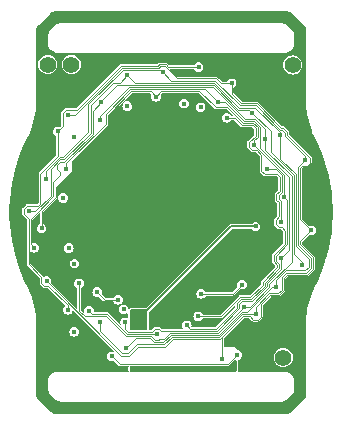
<source format=gbr>
%TF.GenerationSoftware,KiCad,Pcbnew,7.0.9*%
%TF.CreationDate,2023-11-22T13:55:21-05:00*%
%TF.ProjectId,watch,77617463-682e-46b6-9963-61645f706362,rev?*%
%TF.SameCoordinates,Original*%
%TF.FileFunction,Copper,L7,Inr*%
%TF.FilePolarity,Positive*%
%FSLAX45Y45*%
G04 Gerber Fmt 4.5, Leading zero omitted, Abs format (unit mm)*
G04 Created by KiCad (PCBNEW 7.0.9) date 2023-11-22 13:55:21*
%MOMM*%
%LPD*%
G01*
G04 APERTURE LIST*
%TA.AperFunction,ComponentPad*%
%ADD10C,1.400000*%
%TD*%
%TA.AperFunction,ViaPad*%
%ADD11C,0.450000*%
%TD*%
%TA.AperFunction,Conductor*%
%ADD12C,0.088900*%
%TD*%
%TA.AperFunction,Conductor*%
%ADD13C,0.200000*%
%TD*%
G04 APERTURE END LIST*
D10*
%TO.N,GND*%
%TO.C,TP2*%
X750000Y-1230000D03*
%TO.N,Net-(R13-Pad2)*%
X950000Y-1230000D03*
%TD*%
%TO.N,GND*%
%TO.C,TP4*%
X829000Y1247000D03*
%TO.N,VDD*%
X1029000Y1247000D03*
%TD*%
%TO.N,/SWCLK*%
%TO.C,TP3*%
X-1044000Y1251000D03*
%TO.N,/SWDIO*%
X-844000Y1251000D03*
%TD*%
D11*
%TO.N,GND*%
X-690000Y-597500D03*
X-40000Y-867500D03*
X707500Y-525000D03*
X845000Y-212500D03*
%TO.N,/LED9*%
X600000Y-612500D03*
X255000Y-690000D03*
%TO.N,VDD*%
X230000Y-880000D03*
X470000Y800000D03*
%TO.N,GND*%
X362500Y-797500D03*
%TO.N,/LED6*%
X250000Y890000D03*
X-866000Y-303000D03*
%TO.N,/LED10*%
X810000Y365000D03*
X930000Y-80000D03*
%TO.N,Net-(D51-K)*%
X705000Y570000D03*
X-1097000Y-136000D03*
X955000Y130000D03*
X132500Y-955000D03*
X-128478Y978478D03*
%TO.N,Net-(D53-K)*%
X-600000Y785000D03*
X-780000Y-600000D03*
X620000Y-797500D03*
X797107Y617107D03*
%TO.N,Net-(D55-K)*%
X-887500Y370000D03*
X395000Y932500D03*
X-390000Y-930000D03*
X930000Y-390000D03*
%TO.N,/LED15*%
X-625000Y-675000D03*
X-450000Y-740000D03*
%TO.N,/LED1*%
X-605000Y-932500D03*
X-72500Y1190000D03*
X715000Y-865000D03*
X1129677Y440000D03*
X-1063000Y280000D03*
%TO.N,/LED2*%
X920000Y655000D03*
X890000Y-635000D03*
X-380000Y-1150000D03*
X-1202500Y7500D03*
X-370000Y1160826D03*
%TO.N,/LED3*%
X687500Y842500D03*
X-1160000Y-300000D03*
X-595000Y930000D03*
X-821000Y-1012000D03*
X1110000Y-447500D03*
X-402290Y-820000D03*
%TO.N,/LED4*%
X1185000Y-152500D03*
X430000Y-1240000D03*
X512500Y1092500D03*
X-1054143Y-580000D03*
X-870000Y822500D03*
%TO.N,/LED5*%
X-695000Y-835000D03*
X-875000Y-825000D03*
X-117500Y-1030000D03*
X232500Y1230000D03*
X-818000Y-434000D03*
X-960000Y685000D03*
%TO.N,/LED13*%
X-915000Y122000D03*
X110000Y920000D03*
%TO.N,Net-(D21-A)*%
X-501000Y-1218000D03*
X559000Y-1208000D03*
%TO.N,+BATT*%
X715000Y-120000D03*
X-329000Y-852000D03*
X260000Y-1330000D03*
X-230000Y-855000D03*
%TO.N,/SWDIO*%
X-372000Y900000D03*
%TO.N,/SWCLK*%
X-826000Y636000D03*
%TD*%
D12*
%TO.N,/LED9*%
X600000Y-612500D02*
X522500Y-690000D01*
X522500Y-690000D02*
X255000Y-690000D01*
D13*
%TO.N,+BATT*%
X715000Y-120000D02*
X505000Y-120000D01*
X505000Y-120000D02*
X-219500Y-844500D01*
X-230000Y-855000D02*
X-219500Y-844500D01*
D12*
%TO.N,/LED15*%
X-625000Y-676000D02*
X-625000Y-675000D01*
X-561000Y-740000D02*
X-625000Y-676000D01*
X-450000Y-740000D02*
X-561000Y-740000D01*
%TO.N,VDD*%
X686425Y525155D02*
X660155Y551425D01*
X723575Y525155D02*
X686425Y525155D01*
X724065Y525645D02*
X723575Y525155D01*
X765155Y346425D02*
X765155Y484555D01*
X230000Y-880000D02*
X423790Y-880000D01*
X774035Y-586965D02*
X894440Y-466560D01*
X600559Y738220D02*
X538779Y800000D01*
X899845Y320155D02*
X791424Y320155D01*
X894440Y-443005D02*
X867375Y-415940D01*
X919440Y183005D02*
X919440Y300560D01*
X892375Y104060D02*
X892375Y155940D01*
X885155Y-61424D02*
X912220Y-34360D01*
X660155Y551425D02*
X660155Y593865D01*
X912220Y84215D02*
X892375Y104060D01*
X885155Y-98575D02*
X885155Y-61424D01*
X765155Y484555D02*
X724065Y525645D01*
X715220Y648930D02*
X715220Y713201D01*
X911424Y-124845D02*
X885155Y-98575D01*
X715220Y713201D02*
X690201Y738220D01*
X791424Y320155D02*
X765155Y346425D01*
X892375Y155940D02*
X919440Y183005D01*
X867375Y-415940D02*
X867375Y-364060D01*
X690201Y738220D02*
X600559Y738220D01*
X774035Y-612741D02*
X774035Y-586965D01*
X912220Y-34360D02*
X912220Y84215D01*
X586695Y-717095D02*
X669681Y-717095D01*
X966385Y-156385D02*
X934845Y-124845D01*
X934845Y-124845D02*
X911424Y-124845D01*
X867375Y-364060D02*
X966385Y-265050D01*
X669681Y-717095D02*
X774035Y-612741D01*
X894440Y-466560D02*
X894440Y-443005D01*
X423790Y-880000D02*
X586695Y-717095D01*
X966385Y-265050D02*
X966385Y-156385D01*
X919440Y300560D02*
X899845Y320155D01*
X660155Y593865D02*
X715220Y648930D01*
X538779Y800000D02*
X470000Y800000D01*
%TO.N,/LED10*%
X930000Y-80000D02*
X930000Y91579D01*
X930000Y91579D02*
X910155Y111424D01*
X884710Y365000D02*
X810000Y365000D01*
X910155Y148576D02*
X937220Y175640D01*
X937220Y312490D02*
X884710Y365000D01*
X910155Y111424D02*
X910155Y148576D01*
X937220Y175640D02*
X937220Y312490D01*
%TO.N,Net-(D51-K)*%
X955000Y319855D02*
X737382Y537473D01*
X557375Y-771560D02*
X557375Y-806510D01*
X677046Y-734875D02*
X594060Y-734875D01*
X-537375Y742336D02*
X-537375Y826549D01*
X885155Y-371424D02*
X885155Y-408575D01*
X912220Y-435640D02*
X912220Y-473925D01*
X-842655Y351424D02*
X-842655Y437055D01*
X984165Y-272415D02*
X885155Y-371424D01*
X-978478Y215601D02*
X-842655Y351424D01*
X984165Y100835D02*
X984165Y-272415D01*
X791815Y-620106D02*
X677046Y-734875D01*
X376424Y887655D02*
X239914Y1024165D01*
X594060Y-734875D02*
X557375Y-771560D01*
X-174165Y1024165D02*
X-128478Y978478D01*
X-1097000Y-136000D02*
X-1097000Y8566D01*
X705000Y570000D02*
X737382Y537618D01*
X885155Y-408575D02*
X912220Y-435640D01*
X733000Y720566D02*
X697566Y756000D01*
X705000Y613565D02*
X733000Y641565D01*
X476269Y887655D02*
X376424Y887655D01*
X791815Y-594330D02*
X791815Y-620106D01*
X-1097000Y8566D02*
X-978478Y127087D01*
X379720Y-984165D02*
X161665Y-984165D01*
X-339759Y1024165D02*
X-174165Y1024165D01*
X737382Y537618D02*
X737382Y537473D01*
X-842655Y437055D02*
X-537375Y742336D01*
X705000Y570000D02*
X705000Y613565D01*
X955000Y130000D02*
X955000Y319855D01*
X239914Y1024165D02*
X-81835Y1024165D01*
X912220Y-473925D02*
X791815Y-594330D01*
X955000Y130000D02*
X984165Y100835D01*
X-978478Y127087D02*
X-978478Y215601D01*
X733000Y641565D02*
X733000Y720566D01*
X607924Y756000D02*
X476269Y887655D01*
X557375Y-806510D02*
X379720Y-984165D01*
X161665Y-984165D02*
X132500Y-955000D01*
X697566Y756000D02*
X607924Y756000D01*
X-127521Y978478D02*
X-128478Y978478D01*
X-81835Y1024165D02*
X-127521Y978478D01*
X-537375Y826549D02*
X-339759Y1024165D01*
%TO.N,Net-(D53-K)*%
X1019725Y305420D02*
X797107Y528038D01*
X-136000Y-1083000D02*
X-171220Y-1047780D01*
X664710Y-797500D02*
X827375Y-634835D01*
X-171220Y-1047780D02*
X-382510Y-1047780D01*
X620000Y-797500D02*
X616674Y-797500D01*
X-600000Y785000D02*
X-600000Y814214D01*
X827375Y-634835D02*
X827375Y-609060D01*
X-382510Y-1047780D02*
X-550445Y-879845D01*
X-550445Y-879845D02*
X-731590Y-879845D01*
X620000Y-797500D02*
X664710Y-797500D01*
X-731590Y-879845D02*
X-780000Y-831435D01*
X797107Y706748D02*
X797107Y617107D01*
X-107079Y-1083000D02*
X-136000Y-1083000D01*
X616674Y-797500D02*
X394449Y-1019725D01*
X827375Y-609060D02*
X1019725Y-416710D01*
X-780000Y-831435D02*
X-780000Y-600000D01*
X-60155Y-1070155D02*
X-94234Y-1070155D01*
X-94234Y-1070155D02*
X-107079Y-1083000D01*
X394449Y-1019725D02*
X-9725Y-1019725D01*
X354489Y1059725D02*
X622654Y791560D01*
X1019725Y-416710D02*
X1019725Y305420D01*
X-354489Y1059725D02*
X354489Y1059725D01*
X797107Y528038D02*
X797107Y617107D01*
X622654Y791560D02*
X712295Y791560D01*
X-9725Y-1019725D02*
X-60155Y-1070155D01*
X712295Y791560D02*
X797107Y706748D01*
X-600000Y814214D02*
X-354489Y1059725D01*
%TO.N,Net-(D55-K)*%
X-555155Y749700D02*
X-555155Y833914D01*
X809595Y-627471D02*
X684411Y-752655D01*
X456569Y932500D02*
X615289Y773780D01*
X-347124Y1041945D02*
X285555Y1041945D01*
X930000Y-481290D02*
X809595Y-601695D01*
X-98924Y-985155D02*
X-136076Y-985155D01*
X-887500Y417355D02*
X-555155Y749700D01*
X601425Y-752655D02*
X575155Y-778924D01*
X395000Y932500D02*
X456569Y932500D01*
X704931Y773780D02*
X752262Y726449D01*
X-555155Y833914D02*
X-347124Y1041945D01*
X-82135Y-1001945D02*
X-98924Y-985155D01*
X615289Y773780D02*
X704931Y773780D01*
X575155Y-778924D02*
X575155Y-813874D01*
X-390000Y-990000D02*
X-390000Y-930000D01*
X387084Y-1001945D02*
X-82135Y-1001945D01*
X575155Y-813874D02*
X387084Y-1001945D01*
X-163141Y-1012220D02*
X-367780Y-1012220D01*
X1001945Y-318055D02*
X930000Y-390000D01*
X752262Y726449D02*
X752262Y547738D01*
X809595Y-601695D02*
X809595Y-627471D01*
X1001945Y298055D02*
X1001945Y-318055D01*
X930000Y-390000D02*
X930000Y-481290D01*
X-367780Y-1012220D02*
X-390000Y-990000D01*
X285555Y1041945D02*
X395000Y932500D01*
X684411Y-752655D02*
X601425Y-752655D01*
X752262Y547738D02*
X1001945Y298055D01*
X-136076Y-985155D02*
X-163141Y-1012220D01*
X-887500Y370000D02*
X-887500Y417355D01*
%TO.N,/LED1*%
X710125Y-860125D02*
X604339Y-860125D01*
X1073065Y383388D02*
X1129677Y440000D01*
X1940Y1115560D02*
X374088Y1115560D01*
X-285580Y-1119000D02*
X-361424Y-1194845D01*
X908575Y-679845D02*
X934845Y-653576D01*
X720020Y905125D02*
X925300Y699845D01*
X409179Y-1055285D02*
X5005Y-1055285D01*
X1184720Y-389720D02*
X1073065Y-278065D01*
X715000Y-865000D02*
X715000Y-797500D01*
X-72500Y1190000D02*
X1940Y1115560D01*
X374088Y1115560D02*
X584868Y904780D01*
X-88171Y1205671D02*
X-72500Y1190000D01*
X-1063000Y280000D02*
X-1063000Y346609D01*
X934845Y-551879D02*
X976599Y-510125D01*
X-1063000Y346609D02*
X-944256Y465352D01*
X-699725Y680565D02*
X-699725Y913840D01*
X1073065Y-278065D02*
X1073065Y383388D01*
X-58710Y-1119000D02*
X-285580Y-1119000D01*
X715536Y-864464D02*
X715000Y-865000D01*
X-416590Y-1194845D02*
X-605000Y-1006435D01*
X1184720Y-470280D02*
X1184720Y-389720D01*
X-944256Y465352D02*
X-914937Y465352D01*
X1129677Y480323D02*
X1129677Y440000D01*
X-699725Y913840D02*
X-407894Y1205671D01*
X832655Y-679845D02*
X908575Y-679845D01*
X661215Y904780D02*
X661560Y905125D01*
X715000Y-865000D02*
X710125Y-860125D01*
X964845Y673576D02*
X964845Y645155D01*
X976599Y-510125D02*
X1144875Y-510125D01*
X-605000Y-1006435D02*
X-605000Y-932500D01*
X938575Y699845D02*
X964845Y673576D01*
X964845Y645155D02*
X1129677Y480323D01*
X-407894Y1205671D02*
X-88171Y1205671D01*
X934845Y-653576D02*
X934845Y-551879D01*
X925300Y699845D02*
X938575Y699845D01*
X584868Y904780D02*
X661215Y904780D01*
X661560Y905125D02*
X720020Y905125D01*
X-361424Y-1194845D02*
X-416590Y-1194845D01*
X-914937Y465352D02*
X-699725Y680565D01*
X5005Y-1055285D02*
X-58710Y-1119000D01*
X604339Y-860125D02*
X409179Y-1055285D01*
X715000Y-797500D02*
X832655Y-679845D01*
X1144875Y-510125D02*
X1184720Y-470280D01*
%TO.N,/LED2*%
X-1202500Y7500D02*
X-1148355Y7500D01*
X-1014038Y370425D02*
X-936892Y447572D01*
X-178585Y-1065560D02*
X-143365Y-1100780D01*
X1166940Y-397085D02*
X1166940Y-462915D01*
X-295560Y-1065560D02*
X-178585Y-1065560D01*
X852355Y-635000D02*
X890000Y-635000D01*
X-681945Y673200D02*
X-681945Y906475D01*
X-1148355Y7500D02*
X-1014038Y141817D01*
X-370000Y1160000D02*
X-370000Y1160826D01*
X920000Y655000D02*
X920000Y455434D01*
X-907572Y447572D02*
X-681945Y673200D01*
X1137510Y-492345D02*
X969234Y-492345D01*
X596974Y-842345D02*
X645010Y-842345D01*
X668580Y887000D02*
X577503Y887000D01*
X1055285Y-285430D02*
X1166940Y-397085D01*
X890000Y-571580D02*
X890000Y-635000D01*
X-143365Y-1100780D02*
X-65635Y-1100780D01*
X-1014038Y141817D02*
X-1014038Y370425D01*
X-490640Y1097780D02*
X-432220Y1097780D01*
X-306954Y1097780D02*
X-370000Y1160826D01*
X-65635Y-1100780D02*
X-2360Y-1037505D01*
X920000Y680000D02*
X712655Y887345D01*
X920000Y455434D02*
X1055285Y320149D01*
X-432220Y1097780D02*
X-370000Y1160000D01*
X401814Y-1037505D02*
X596974Y-842345D01*
X-380000Y-1150000D02*
X-295560Y-1065560D01*
X1166940Y-462915D02*
X1137510Y-492345D01*
X-681945Y906475D02*
X-490640Y1097780D01*
X645010Y-842345D02*
X852355Y-635000D01*
X969234Y-492345D02*
X890000Y-571580D01*
X712655Y887345D02*
X668925Y887345D01*
X920000Y655000D02*
X920000Y680000D01*
X-936892Y447572D02*
X-907572Y447572D01*
X366723Y1097780D02*
X-306954Y1097780D01*
X1055285Y320149D02*
X1055285Y-285430D01*
X668925Y887345D02*
X668580Y887000D01*
X577503Y887000D02*
X366723Y1097780D01*
X-2360Y-1037505D02*
X401814Y-1037505D01*
%TO.N,/LED3*%
X1037505Y-350000D02*
X1037505Y312784D01*
X-940000Y315145D02*
X-996258Y258886D01*
X841952Y508338D02*
X841952Y687048D01*
X570139Y869220D02*
X359358Y1080000D01*
X359358Y1080000D02*
X-457500Y1080000D01*
X-961945Y362626D02*
X-940000Y340681D01*
X-940000Y340681D02*
X-940000Y315145D01*
X-664165Y860835D02*
X-664165Y665835D01*
X841952Y687048D02*
X687500Y841500D01*
X-1141280Y-10280D02*
X-1188220Y-57220D01*
X-1188220Y-271780D02*
X-1160000Y-300000D01*
X-457500Y1080000D02*
X-595000Y942500D01*
X660780Y869220D02*
X570139Y869220D01*
X-961945Y397374D02*
X-961945Y362626D01*
X-996258Y258886D02*
X-996258Y134452D01*
X-664165Y665835D02*
X-908055Y421945D01*
X1110000Y-447500D02*
X1110000Y-422495D01*
X1037505Y312784D02*
X841952Y508338D01*
X-996258Y134452D02*
X-1140990Y-10280D01*
X-937374Y421945D02*
X-961945Y397374D01*
X687500Y842500D02*
X660780Y869220D01*
X-595000Y942500D02*
X-595000Y930000D01*
X-908055Y421945D02*
X-937374Y421945D01*
X687500Y841500D02*
X687500Y842500D01*
X-595000Y930000D02*
X-664165Y860835D01*
X1110000Y-422495D02*
X1037505Y-350000D01*
X-1188220Y-57220D02*
X-1188220Y-271780D01*
X-1140990Y-10280D02*
X-1141280Y-10280D01*
%TO.N,/LED4*%
X759845Y-883575D02*
X759845Y-777800D01*
X422293Y1092500D02*
X512500Y1092500D01*
X416544Y-1073065D02*
X611704Y-877905D01*
X1202500Y-477645D02*
X1202500Y-382355D01*
X1090845Y376024D02*
X1110539Y395717D01*
X952625Y-559244D02*
X983964Y-527905D01*
X-816210Y822500D02*
X-415259Y1223451D01*
X1110539Y395717D02*
X1111101Y395155D01*
X1185000Y-152500D02*
X1090845Y-58345D01*
X932665Y717625D02*
X727385Y922905D01*
X-278215Y-1136780D02*
X-51346Y-1136780D01*
X1090845Y-270700D02*
X1090845Y-246655D01*
X696425Y-909845D02*
X733575Y-909845D01*
X512500Y1002293D02*
X512500Y1092500D01*
X381453Y1133340D02*
X422293Y1092500D01*
X727385Y922905D02*
X591888Y922905D01*
X664485Y-877905D02*
X696425Y-909845D01*
X-870000Y822500D02*
X-816210Y822500D01*
X952625Y-660940D02*
X952625Y-559244D01*
X-102469Y1223451D02*
X-91075Y1234845D01*
X1174522Y421424D02*
X1174522Y460623D01*
X1111101Y395155D02*
X1148252Y395155D01*
X-354060Y-1212625D02*
X-278215Y-1136780D01*
X-1054143Y-582436D02*
X-423954Y-1212625D01*
X611704Y-877905D02*
X664485Y-877905D01*
X982625Y652520D02*
X982625Y680940D01*
X840020Y-697625D02*
X915940Y-697625D01*
X982625Y680940D02*
X945940Y717625D01*
X-423954Y-1212625D02*
X-354060Y-1212625D01*
X1202500Y-382355D02*
X1090845Y-270700D01*
X733575Y-909845D02*
X759845Y-883575D01*
X-415259Y1223451D02*
X-102469Y1223451D01*
X-1054143Y-580000D02*
X-1054143Y-582436D01*
X430000Y-1059609D02*
X430000Y-1240000D01*
X1148252Y395155D02*
X1174522Y421424D01*
X47580Y1133340D02*
X381453Y1133340D01*
X759845Y-777800D02*
X840020Y-697625D01*
X1152240Y-527905D02*
X1202500Y-477645D01*
X945940Y717625D02*
X932665Y717625D01*
X-91075Y1234845D02*
X-53924Y1234845D01*
X1090845Y-246655D02*
X1185000Y-152500D01*
X-53924Y1234845D02*
X47580Y1133340D01*
X591888Y922905D02*
X512500Y1002293D01*
X12369Y-1073065D02*
X416544Y-1073065D01*
X1174522Y460623D02*
X982625Y652520D01*
X1090845Y-58345D02*
X1090845Y376024D01*
X-51346Y-1136780D02*
X12369Y-1073065D01*
X983964Y-527905D02*
X1152240Y-527905D01*
X915940Y-697625D02*
X952625Y-660940D01*
%TO.N,/LED5*%
X-1247345Y-11075D02*
X-1247345Y26075D01*
X-375145Y-1030000D02*
X-543080Y-862065D01*
X-1098988Y-554012D02*
X-1099000Y-554000D01*
X-1072719Y-624845D02*
X-1098988Y-598576D01*
X-796510Y867345D02*
X-888575Y867345D01*
X-46560Y1252625D02*
X-98440Y1252625D01*
X-98440Y1252625D02*
X-109834Y1241231D01*
X-22935Y1229000D02*
X-46560Y1252625D01*
X-1099000Y-546000D02*
X-1206000Y-439000D01*
X-1099000Y-554000D02*
X-1099000Y-546000D01*
X-875000Y-788145D02*
X-1038300Y-624845D01*
X-875000Y-825000D02*
X-875000Y-788145D01*
X-1128655Y52345D02*
X-1107845Y73155D01*
X-667935Y-862065D02*
X-695000Y-835000D01*
X-422624Y1241231D02*
X-796510Y867345D01*
X-1098988Y-598576D02*
X-1098988Y-554012D01*
X-1107845Y326909D02*
X-960000Y474753D01*
X-1221076Y52345D02*
X-1128655Y52345D01*
X-1206000Y-439000D02*
X-1206000Y-52420D01*
X-109834Y1241231D02*
X-422624Y1241231D01*
X-543080Y-862065D02*
X-667935Y-862065D01*
X231500Y1229000D02*
X-22935Y1229000D01*
X-960000Y474753D02*
X-960000Y685000D01*
X232500Y1230000D02*
X231500Y1229000D01*
X-1247345Y26075D02*
X-1221076Y52345D01*
X-1206000Y-52420D02*
X-1247345Y-11075D01*
X-888575Y867345D02*
X-915000Y840920D01*
X-915000Y840920D02*
X-915000Y730000D01*
X-1038300Y-624845D02*
X-1072719Y-624845D01*
X-915000Y730000D02*
X-960000Y685000D01*
X-117500Y-1030000D02*
X-375145Y-1030000D01*
X-1107845Y73155D02*
X-1107845Y326909D01*
%TO.N,Net-(D21-A)*%
X-434155Y-1284845D02*
X482155Y-1284845D01*
X482155Y-1284845D02*
X559000Y-1208000D01*
X-501000Y-1218000D02*
X-434155Y-1284845D01*
D13*
%TO.N,+BATT*%
X-227000Y-852000D02*
X-329000Y-852000D01*
X-219500Y-844500D02*
X-227000Y-852000D01*
%TD*%
%TA.AperFunction,Conductor*%
%TO.N,GND*%
G36*
X-178963Y1008237D02*
G01*
X-167781Y997055D01*
X-166508Y993983D01*
X-166982Y992010D01*
X-167428Y991134D01*
X-169433Y978478D01*
X-167428Y965823D01*
X-167428Y965823D01*
X-167428Y965823D01*
X-161611Y954406D01*
X-152551Y945346D01*
X-141134Y939529D01*
X-128479Y937524D01*
X-128478Y937524D01*
X-128478Y937524D01*
X-115823Y939529D01*
X-115823Y939529D01*
X-104406Y945346D01*
X-95346Y954406D01*
X-89529Y965823D01*
X-89529Y965823D01*
X-87524Y978478D01*
X-87524Y978478D01*
X-89529Y991134D01*
X-89529Y991135D01*
X-89652Y991377D01*
X-89913Y994692D01*
X-88853Y996421D01*
X-77037Y1008237D01*
X-73965Y1009510D01*
X232044Y1009510D01*
X235117Y1008237D01*
X368839Y874516D01*
X370216Y874147D01*
X371263Y873713D01*
X372498Y873000D01*
X372498Y873000D01*
X374495Y873000D01*
X468399Y873000D01*
X471471Y871727D01*
X521126Y822072D01*
X522399Y819000D01*
X521126Y815928D01*
X518054Y814655D01*
X510594Y814655D01*
X507521Y815928D01*
X506722Y817027D01*
X503133Y824072D01*
X503133Y824072D01*
X494072Y833133D01*
X482655Y838950D01*
X472004Y840637D01*
X470000Y840954D01*
X470000Y840954D01*
X467995Y840637D01*
X457344Y838950D01*
X457344Y838950D01*
X445928Y833133D01*
X436867Y824072D01*
X431050Y812656D01*
X431050Y812655D01*
X429046Y800000D01*
X429046Y800000D01*
X431050Y787344D01*
X431050Y787344D01*
X436867Y775928D01*
X445928Y766867D01*
X457344Y761050D01*
X470000Y759046D01*
X470000Y759046D01*
X470000Y759046D01*
X482655Y761050D01*
X482656Y761050D01*
X494072Y766867D01*
X503133Y775928D01*
X506722Y782973D01*
X509251Y785132D01*
X510594Y785345D01*
X530909Y785345D01*
X533982Y784072D01*
X592973Y725081D01*
X594350Y724712D01*
X595398Y724278D01*
X596632Y723565D01*
X596632Y723565D01*
X598630Y723565D01*
X682331Y723565D01*
X685403Y722292D01*
X699292Y708403D01*
X700565Y705331D01*
X700565Y656800D01*
X699292Y653728D01*
X647016Y601451D01*
X646647Y600074D01*
X646213Y599027D01*
X645500Y597792D01*
X645500Y597792D01*
X645500Y547498D01*
X645500Y547498D01*
X646213Y546263D01*
X646647Y545216D01*
X647016Y543839D01*
X648428Y542426D01*
X673285Y517569D01*
X678839Y512016D01*
X680216Y511647D01*
X681263Y511213D01*
X682498Y510500D01*
X682498Y510500D01*
X684495Y510500D01*
X716685Y510500D01*
X719758Y509227D01*
X749227Y479758D01*
X750500Y476685D01*
X750500Y342498D01*
X750500Y342498D01*
X751213Y341263D01*
X751647Y340216D01*
X752016Y338839D01*
X753428Y337426D01*
X778285Y312569D01*
X783839Y307016D01*
X785216Y306647D01*
X786263Y306213D01*
X787498Y305500D01*
X787498Y305500D01*
X789495Y305500D01*
X891975Y305500D01*
X895047Y304227D01*
X903512Y295762D01*
X904785Y292690D01*
X904785Y190875D01*
X903512Y187803D01*
X879236Y163526D01*
X878867Y162149D01*
X878433Y161102D01*
X877720Y159867D01*
X877720Y159867D01*
X877720Y100133D01*
X878433Y98898D01*
X878866Y97851D01*
X879235Y96474D01*
X879236Y96474D01*
X896292Y79417D01*
X897565Y76345D01*
X897565Y-26489D01*
X896292Y-29562D01*
X872016Y-53839D01*
X871647Y-55216D01*
X871213Y-56263D01*
X870500Y-57498D01*
X870500Y-57498D01*
X870500Y-59495D01*
X870500Y-94649D01*
X870500Y-102502D01*
X870500Y-102502D01*
X870500Y-102502D01*
X871213Y-103737D01*
X871647Y-104785D01*
X872016Y-106161D01*
X872016Y-106161D01*
X873428Y-107574D01*
X898285Y-132431D01*
X903838Y-137984D01*
X905215Y-138353D01*
X906263Y-138787D01*
X907498Y-139500D01*
X909495Y-139500D01*
X926975Y-139500D01*
X930047Y-140773D01*
X950457Y-161183D01*
X951730Y-164255D01*
X951730Y-257180D01*
X950457Y-260252D01*
X854236Y-356474D01*
X853867Y-357851D01*
X853433Y-358898D01*
X852720Y-360133D01*
X852720Y-360133D01*
X852720Y-362130D01*
X852720Y-412013D01*
X852720Y-419867D01*
X853433Y-421101D01*
X853866Y-422149D01*
X854236Y-423526D01*
X854942Y-424232D01*
X855648Y-424939D01*
X867390Y-436680D01*
X878512Y-447803D01*
X879785Y-450875D01*
X879785Y-458690D01*
X878512Y-461763D01*
X766449Y-573826D01*
X760896Y-579380D01*
X760527Y-580757D01*
X760093Y-581804D01*
X759380Y-583039D01*
X759380Y-604871D01*
X758107Y-607943D01*
X664883Y-701167D01*
X661811Y-702440D01*
X582768Y-702440D01*
X581534Y-703153D01*
X580487Y-703586D01*
X579109Y-703955D01*
X579109Y-703956D01*
X577697Y-705368D01*
X418992Y-864072D01*
X415920Y-865345D01*
X270594Y-865345D01*
X267521Y-864072D01*
X266722Y-862973D01*
X263133Y-855928D01*
X254072Y-846867D01*
X242656Y-841050D01*
X230000Y-839046D01*
X230000Y-839046D01*
X217344Y-841050D01*
X217344Y-841050D01*
X205928Y-846867D01*
X196867Y-855928D01*
X191050Y-867344D01*
X191050Y-867344D01*
X189046Y-880000D01*
X189046Y-880000D01*
X191050Y-892655D01*
X191050Y-892656D01*
X196867Y-904072D01*
X205928Y-913133D01*
X214194Y-917344D01*
X217344Y-918950D01*
X227618Y-920577D01*
X230000Y-920954D01*
X230000Y-920954D01*
X230000Y-920954D01*
X231730Y-920680D01*
X242655Y-918950D01*
X254072Y-913133D01*
X263133Y-904072D01*
X266722Y-897027D01*
X269251Y-894868D01*
X270594Y-894655D01*
X427717Y-894655D01*
X427717Y-894655D01*
X428951Y-893942D01*
X429999Y-893508D01*
X430417Y-893396D01*
X431376Y-893139D01*
X436929Y-887586D01*
X535303Y-789213D01*
X538375Y-787940D01*
X541447Y-789213D01*
X542720Y-792285D01*
X542720Y-798640D01*
X541447Y-801712D01*
X374922Y-968237D01*
X371850Y-969510D01*
X176243Y-969510D01*
X173171Y-968237D01*
X171898Y-965165D01*
X171952Y-964485D01*
X173454Y-955000D01*
X173454Y-955000D01*
X171895Y-945156D01*
X171450Y-942344D01*
X171450Y-942344D01*
X165633Y-930928D01*
X156572Y-921867D01*
X145156Y-916050D01*
X132500Y-914046D01*
X132500Y-914046D01*
X119844Y-916050D01*
X119844Y-916050D01*
X108428Y-921867D01*
X99367Y-930928D01*
X93550Y-942344D01*
X93550Y-942344D01*
X91546Y-955000D01*
X91546Y-955000D01*
X93550Y-967655D01*
X93550Y-967656D01*
X99367Y-979072D01*
X100168Y-979873D01*
X101440Y-982945D01*
X100168Y-986017D01*
X97095Y-987290D01*
X-74264Y-987290D01*
X-77337Y-986017D01*
X-89926Y-973428D01*
X-91339Y-972016D01*
X-92716Y-971647D01*
X-93763Y-971213D01*
X-94998Y-970500D01*
X-94998Y-970500D01*
X-96995Y-970500D01*
X-132149Y-970500D01*
X-140002Y-970500D01*
X-140002Y-970500D01*
X-140003Y-970500D01*
X-141237Y-971213D01*
X-142285Y-971647D01*
X-143661Y-972016D01*
X-167938Y-996292D01*
X-171011Y-997565D01*
X-186334Y-997565D01*
X-189406Y-996292D01*
X-190679Y-993220D01*
X-190503Y-991996D01*
X-189724Y-989342D01*
X-189290Y-986325D01*
X-189290Y-856884D01*
X-189236Y-856204D01*
X-189193Y-855928D01*
X-189046Y-855000D01*
X-189236Y-853796D01*
X-189290Y-853116D01*
X-189290Y-844671D01*
X-188017Y-841599D01*
X-36419Y-690000D01*
X214046Y-690000D01*
X216050Y-702655D01*
X216050Y-702656D01*
X221867Y-714072D01*
X230928Y-723133D01*
X239194Y-727344D01*
X242344Y-728950D01*
X252618Y-730577D01*
X255000Y-730954D01*
X255000Y-730954D01*
X255000Y-730954D01*
X256730Y-730680D01*
X267656Y-728950D01*
X279072Y-723133D01*
X288133Y-714072D01*
X291722Y-707027D01*
X294251Y-704868D01*
X295594Y-704655D01*
X526427Y-704655D01*
X526427Y-704655D01*
X527661Y-703942D01*
X528709Y-703508D01*
X528969Y-703439D01*
X530086Y-703139D01*
X535639Y-697586D01*
X581423Y-651802D01*
X584495Y-650530D01*
X586468Y-651003D01*
X586560Y-651050D01*
X587345Y-651450D01*
X597618Y-653077D01*
X600000Y-653454D01*
X600000Y-653454D01*
X600000Y-653454D01*
X601730Y-653180D01*
X612656Y-651450D01*
X624072Y-645633D01*
X633133Y-636572D01*
X638950Y-625156D01*
X640954Y-612500D01*
X638950Y-599845D01*
X633133Y-588428D01*
X624072Y-579367D01*
X624072Y-579367D01*
X612656Y-573550D01*
X600000Y-571546D01*
X600000Y-571546D01*
X587344Y-573550D01*
X587344Y-573550D01*
X575928Y-579367D01*
X566867Y-588428D01*
X561050Y-599844D01*
X561050Y-599844D01*
X559046Y-612500D01*
X559046Y-612500D01*
X561050Y-625155D01*
X561050Y-625156D01*
X561497Y-626032D01*
X561758Y-629347D01*
X560698Y-631077D01*
X517702Y-674072D01*
X514630Y-675345D01*
X295594Y-675345D01*
X292521Y-674072D01*
X291722Y-672973D01*
X288133Y-665928D01*
X279072Y-656867D01*
X267656Y-651050D01*
X255000Y-649046D01*
X255000Y-649046D01*
X242344Y-651050D01*
X242344Y-651050D01*
X230928Y-656867D01*
X221867Y-665928D01*
X216050Y-677344D01*
X216050Y-677344D01*
X214046Y-690000D01*
X214046Y-690000D01*
X-36419Y-690000D01*
X512099Y-141483D01*
X515171Y-140210D01*
X677237Y-140210D01*
X680309Y-141483D01*
X681108Y-142582D01*
X681867Y-144072D01*
X690928Y-153133D01*
X702344Y-158950D01*
X702344Y-158950D01*
X712618Y-160577D01*
X715000Y-160954D01*
X715000Y-160954D01*
X715000Y-160954D01*
X716730Y-160680D01*
X727655Y-158950D01*
X739072Y-153133D01*
X748133Y-144072D01*
X753950Y-132656D01*
X755954Y-120000D01*
X753950Y-107344D01*
X752812Y-105112D01*
X748133Y-95928D01*
X739072Y-86867D01*
X727656Y-81050D01*
X715000Y-79046D01*
X715000Y-79046D01*
X702344Y-81050D01*
X702344Y-81050D01*
X690928Y-86867D01*
X681867Y-95928D01*
X681108Y-97418D01*
X678580Y-99577D01*
X677237Y-99790D01*
X509172Y-99790D01*
X507737Y-99546D01*
X507321Y-99401D01*
X507321Y-99401D01*
X503987Y-99776D01*
X503743Y-99790D01*
X502723Y-99790D01*
X501728Y-100017D01*
X501488Y-100058D01*
X498153Y-100433D01*
X498153Y-100434D01*
X497780Y-100668D01*
X496436Y-101225D01*
X496006Y-101323D01*
X493381Y-103416D01*
X493183Y-103557D01*
X492320Y-104099D01*
X492319Y-104099D01*
X491598Y-104821D01*
X491416Y-104983D01*
X488793Y-107075D01*
X488601Y-107473D01*
X487759Y-108659D01*
X-211599Y-808017D01*
X-214671Y-809290D01*
X-337600Y-809290D01*
X-337961Y-809329D01*
X-339876Y-809535D01*
X-342679Y-810144D01*
X-345028Y-810655D01*
X-345028Y-810655D01*
X-345028Y-810655D01*
X-349765Y-813027D01*
X-351992Y-814957D01*
X-354997Y-817561D01*
X-358153Y-818611D01*
X-361127Y-817122D01*
X-362134Y-814957D01*
X-363340Y-807344D01*
X-363340Y-807344D01*
X-369157Y-795928D01*
X-378218Y-786867D01*
X-389634Y-781050D01*
X-402290Y-779046D01*
X-402290Y-779046D01*
X-414945Y-781050D01*
X-414945Y-781050D01*
X-426362Y-786867D01*
X-435423Y-795928D01*
X-440234Y-805370D01*
X-441240Y-807344D01*
X-443244Y-820000D01*
X-441240Y-832655D01*
X-435422Y-844072D01*
X-426362Y-853133D01*
X-414945Y-858950D01*
X-404294Y-860637D01*
X-402290Y-860954D01*
X-402290Y-860954D01*
X-402290Y-860954D01*
X-400285Y-860637D01*
X-389634Y-858950D01*
X-389634Y-858950D01*
X-378218Y-853133D01*
X-376959Y-851874D01*
X-373887Y-850601D01*
X-370814Y-851874D01*
X-369595Y-854266D01*
X-367950Y-864655D01*
X-362133Y-876072D01*
X-361983Y-876222D01*
X-360710Y-879295D01*
X-360710Y-892435D01*
X-361983Y-895508D01*
X-365055Y-896780D01*
X-367028Y-896307D01*
X-377344Y-891050D01*
X-390000Y-889046D01*
X-390000Y-889046D01*
X-402655Y-891050D01*
X-402656Y-891050D01*
X-414072Y-896867D01*
X-423133Y-905928D01*
X-424406Y-908428D01*
X-428950Y-917344D01*
X-430954Y-930000D01*
X-428950Y-942655D01*
X-428092Y-944338D01*
X-427831Y-947653D01*
X-429991Y-950182D01*
X-433306Y-950443D01*
X-435036Y-949383D01*
X-534081Y-850338D01*
X-535494Y-848926D01*
X-536871Y-848557D01*
X-537918Y-848123D01*
X-539153Y-847410D01*
X-539153Y-847410D01*
X-541151Y-847410D01*
X-650924Y-847410D01*
X-653996Y-846137D01*
X-655269Y-843065D01*
X-655216Y-842385D01*
X-654046Y-835000D01*
X-656050Y-822344D01*
X-656050Y-822344D01*
X-661867Y-810928D01*
X-670928Y-801867D01*
X-682344Y-796050D01*
X-695000Y-794046D01*
X-695000Y-794046D01*
X-707655Y-796050D01*
X-707656Y-796050D01*
X-719072Y-801867D01*
X-728133Y-810928D01*
X-732047Y-818611D01*
X-733950Y-822344D01*
X-735954Y-835000D01*
X-734677Y-843065D01*
X-734328Y-845265D01*
X-735105Y-848498D01*
X-737940Y-850236D01*
X-741174Y-849460D01*
X-741692Y-849017D01*
X-764072Y-826637D01*
X-765345Y-823565D01*
X-765345Y-675000D01*
X-665954Y-675000D01*
X-663950Y-687656D01*
X-658133Y-699072D01*
X-649072Y-708133D01*
X-637656Y-713950D01*
X-627005Y-715637D01*
X-625000Y-715954D01*
X-625000Y-715954D01*
X-625000Y-715954D01*
X-621836Y-715453D01*
X-612345Y-713950D01*
X-612130Y-713841D01*
X-608815Y-713580D01*
X-607086Y-714639D01*
X-574139Y-747586D01*
X-568586Y-753139D01*
X-567209Y-753508D01*
X-566161Y-753942D01*
X-564927Y-754655D01*
X-562929Y-754655D01*
X-490594Y-754655D01*
X-487521Y-755928D01*
X-486722Y-757027D01*
X-483133Y-764072D01*
X-474072Y-773133D01*
X-462655Y-778950D01*
X-452004Y-780637D01*
X-450000Y-780954D01*
X-450000Y-780954D01*
X-450000Y-780954D01*
X-447995Y-780637D01*
X-437344Y-778950D01*
X-437344Y-778950D01*
X-425928Y-773133D01*
X-416867Y-764072D01*
X-411050Y-752656D01*
X-411050Y-752655D01*
X-409046Y-740000D01*
X-409046Y-740000D01*
X-411050Y-727344D01*
X-411050Y-727344D01*
X-416867Y-715928D01*
X-425928Y-706867D01*
X-437344Y-701050D01*
X-450000Y-699046D01*
X-450000Y-699046D01*
X-462655Y-701050D01*
X-462656Y-701050D01*
X-474072Y-706867D01*
X-483133Y-715928D01*
X-486722Y-722973D01*
X-489251Y-725132D01*
X-490594Y-725345D01*
X-553130Y-725345D01*
X-556202Y-724072D01*
X-586035Y-694239D01*
X-587308Y-691167D01*
X-586834Y-689194D01*
X-586050Y-687656D01*
X-586050Y-687656D01*
X-584046Y-675000D01*
X-584046Y-675000D01*
X-586050Y-662344D01*
X-586050Y-662344D01*
X-591867Y-650928D01*
X-600928Y-641867D01*
X-612344Y-636050D01*
X-625000Y-634046D01*
X-625000Y-634046D01*
X-637656Y-636050D01*
X-637656Y-636050D01*
X-649072Y-641867D01*
X-658133Y-650928D01*
X-662283Y-659072D01*
X-663950Y-662345D01*
X-665954Y-675000D01*
X-765345Y-675000D01*
X-765345Y-640594D01*
X-764072Y-637521D01*
X-762972Y-636722D01*
X-755928Y-633133D01*
X-746867Y-624072D01*
X-741050Y-612656D01*
X-741050Y-612656D01*
X-739046Y-600000D01*
X-739046Y-600000D01*
X-741050Y-587344D01*
X-741050Y-587344D01*
X-746867Y-575928D01*
X-755928Y-566867D01*
X-767344Y-561050D01*
X-780000Y-559046D01*
X-780000Y-559046D01*
X-792655Y-561050D01*
X-792656Y-561050D01*
X-804072Y-566867D01*
X-813133Y-575928D01*
X-815019Y-579631D01*
X-818950Y-587345D01*
X-820185Y-595146D01*
X-820929Y-599844D01*
X-820954Y-600000D01*
X-818950Y-612656D01*
X-813133Y-624072D01*
X-804072Y-633133D01*
X-804072Y-633133D01*
X-804072Y-633133D01*
X-797027Y-636722D01*
X-794868Y-639251D01*
X-794655Y-640594D01*
X-794655Y-810709D01*
X-795928Y-813782D01*
X-799000Y-815054D01*
X-802072Y-813782D01*
X-1015663Y-600191D01*
X-1016936Y-597118D01*
X-1016462Y-595146D01*
X-1015194Y-592656D01*
X-1015193Y-592655D01*
X-1013189Y-580000D01*
X-1013189Y-580000D01*
X-1015194Y-567344D01*
X-1015194Y-567344D01*
X-1021011Y-555928D01*
X-1030071Y-546867D01*
X-1041488Y-541050D01*
X-1054143Y-539046D01*
X-1054144Y-539046D01*
X-1066799Y-541050D01*
X-1066799Y-541050D01*
X-1078027Y-546771D01*
X-1081343Y-547032D01*
X-1083871Y-544873D01*
X-1084345Y-542900D01*
X-1084345Y-542073D01*
X-1085058Y-540839D01*
X-1085491Y-539792D01*
X-1085861Y-538414D01*
X-1190072Y-434202D01*
X-1190156Y-434000D01*
X-858954Y-434000D01*
X-856950Y-446655D01*
X-851133Y-458072D01*
X-842072Y-467133D01*
X-830655Y-472950D01*
X-820004Y-474637D01*
X-818000Y-474954D01*
X-818000Y-474954D01*
X-818000Y-474954D01*
X-815995Y-474637D01*
X-805344Y-472950D01*
X-805344Y-472950D01*
X-793928Y-467133D01*
X-784867Y-458072D01*
X-779050Y-446656D01*
X-779050Y-446655D01*
X-777046Y-434000D01*
X-777046Y-434000D01*
X-779050Y-421344D01*
X-779050Y-421344D01*
X-784867Y-409928D01*
X-793928Y-400867D01*
X-805344Y-395050D01*
X-818000Y-393046D01*
X-818000Y-393046D01*
X-830655Y-395050D01*
X-830656Y-395050D01*
X-842072Y-400867D01*
X-851133Y-409928D01*
X-852587Y-412783D01*
X-856950Y-421344D01*
X-858954Y-434000D01*
X-1190156Y-434000D01*
X-1191345Y-431130D01*
X-1191345Y-336350D01*
X-1190072Y-333277D01*
X-1187000Y-332005D01*
X-1184445Y-333063D01*
X-1184349Y-332932D01*
X-1184073Y-333132D01*
X-1184072Y-333133D01*
X-1172656Y-338950D01*
X-1162005Y-340637D01*
X-1160000Y-340954D01*
X-1160000Y-340954D01*
X-1160000Y-340954D01*
X-1157996Y-340637D01*
X-1147345Y-338950D01*
X-1147344Y-338950D01*
X-1135928Y-333133D01*
X-1126867Y-324072D01*
X-1121050Y-312656D01*
X-1121050Y-312656D01*
X-1119521Y-303000D01*
X-906954Y-303000D01*
X-904950Y-315656D01*
X-899133Y-327072D01*
X-890072Y-336133D01*
X-878655Y-341950D01*
X-868004Y-343637D01*
X-866000Y-343954D01*
X-866000Y-343954D01*
X-866000Y-343954D01*
X-863995Y-343637D01*
X-853344Y-341950D01*
X-853344Y-341950D01*
X-841928Y-336133D01*
X-832867Y-327072D01*
X-827050Y-315656D01*
X-827050Y-315656D01*
X-825046Y-303000D01*
X-825046Y-303000D01*
X-827050Y-290344D01*
X-827050Y-290344D01*
X-832867Y-278928D01*
X-841928Y-269867D01*
X-853344Y-264050D01*
X-866000Y-262046D01*
X-866000Y-262046D01*
X-878655Y-264050D01*
X-878656Y-264050D01*
X-890072Y-269867D01*
X-890072Y-269867D01*
X-899133Y-278928D01*
X-904950Y-290345D01*
X-906954Y-303000D01*
X-1119521Y-303000D01*
X-1119046Y-300000D01*
X-1119046Y-300000D01*
X-1121050Y-287344D01*
X-1121050Y-287344D01*
X-1126867Y-275928D01*
X-1135928Y-266867D01*
X-1147344Y-261050D01*
X-1160000Y-259046D01*
X-1160000Y-259046D01*
X-1168540Y-260398D01*
X-1171774Y-259622D01*
X-1173512Y-256787D01*
X-1173565Y-256107D01*
X-1173565Y-65090D01*
X-1172292Y-62018D01*
X-1134494Y-24219D01*
X-1133594Y-23529D01*
X-1133404Y-23419D01*
X-1127851Y-17866D01*
X-1124987Y-15002D01*
X-1119072Y-9087D01*
X-1116000Y-7815D01*
X-1112928Y-9087D01*
X-1111655Y-12160D01*
X-1111655Y-95406D01*
X-1112928Y-98479D01*
X-1114027Y-99278D01*
X-1121072Y-102867D01*
X-1130133Y-111928D01*
X-1135950Y-123344D01*
X-1135950Y-123344D01*
X-1137954Y-136000D01*
X-1135950Y-148656D01*
X-1130133Y-160072D01*
X-1121072Y-169133D01*
X-1109656Y-174950D01*
X-1099005Y-176637D01*
X-1097000Y-176954D01*
X-1097000Y-176954D01*
X-1097000Y-176954D01*
X-1094996Y-176637D01*
X-1084345Y-174950D01*
X-1084344Y-174950D01*
X-1072928Y-169133D01*
X-1063867Y-160072D01*
X-1058050Y-148656D01*
X-1058050Y-148656D01*
X-1056046Y-136000D01*
X-1056046Y-136000D01*
X-1058050Y-123344D01*
X-1058050Y-123344D01*
X-1063867Y-111928D01*
X-1072928Y-102867D01*
X-1072928Y-102867D01*
X-1079973Y-99278D01*
X-1082132Y-96749D01*
X-1082345Y-95406D01*
X-1082345Y695D01*
X-1081072Y3768D01*
X-966752Y118089D01*
X-965339Y119501D01*
X-964970Y120878D01*
X-964536Y121926D01*
X-963927Y122980D01*
X-962755Y123879D01*
X-957462Y123879D01*
X-955968Y121932D01*
X-955873Y121488D01*
X-953950Y109344D01*
X-953950Y109344D01*
X-953950Y109344D01*
X-948133Y97928D01*
X-939072Y88867D01*
X-927656Y83050D01*
X-915000Y81046D01*
X-915000Y81046D01*
X-915000Y81046D01*
X-902344Y83050D01*
X-902344Y83050D01*
X-890928Y88867D01*
X-881867Y97928D01*
X-876050Y109344D01*
X-876050Y109344D01*
X-874046Y122000D01*
X-874046Y122000D01*
X-876050Y134656D01*
X-876050Y134656D01*
X-881867Y146072D01*
X-890928Y155133D01*
X-902344Y160950D01*
X-902344Y160950D01*
X-912618Y162577D01*
X-915000Y162954D01*
X-915000Y162954D01*
X-916730Y162680D01*
X-927655Y160950D01*
X-939072Y155133D01*
X-948133Y146072D01*
X-953950Y134656D01*
X-955079Y127524D01*
X-955187Y126844D01*
X-956925Y124008D01*
X-957462Y123879D01*
X-962755Y123879D01*
X-962071Y124404D01*
X-962994Y124970D01*
X-963823Y127524D01*
X-963823Y207731D01*
X-962551Y210803D01*
X-830928Y342426D01*
X-829516Y343839D01*
X-829147Y345216D01*
X-828713Y346263D01*
X-828000Y347498D01*
X-828000Y429185D01*
X-826727Y432258D01*
X-525648Y733337D01*
X-524236Y734749D01*
X-524235Y734750D01*
X-523866Y736127D01*
X-523433Y737174D01*
X-522720Y738409D01*
X-522720Y818679D01*
X-521447Y821751D01*
X-443199Y900000D01*
X-412954Y900000D01*
X-410950Y887344D01*
X-410950Y887344D01*
X-410950Y887344D01*
X-405133Y875928D01*
X-396072Y866867D01*
X-384656Y861050D01*
X-372000Y859046D01*
X-372000Y859046D01*
X-372000Y859046D01*
X-359344Y861050D01*
X-359344Y861050D01*
X-347928Y866867D01*
X-338867Y875928D01*
X-333050Y887344D01*
X-333050Y887344D01*
X-331046Y900000D01*
X-331046Y900000D01*
X-333050Y912655D01*
X-333050Y912656D01*
X-336792Y920000D01*
X69046Y920000D01*
X71050Y907344D01*
X71050Y907344D01*
X76867Y895928D01*
X85928Y886867D01*
X97344Y881050D01*
X110000Y879046D01*
X110000Y879046D01*
X110000Y879046D01*
X122655Y881050D01*
X122656Y881050D01*
X134072Y886867D01*
X137205Y890000D01*
X209046Y890000D01*
X211050Y877344D01*
X211050Y877344D01*
X216867Y865928D01*
X225928Y856867D01*
X237344Y851050D01*
X250000Y849046D01*
X250000Y849046D01*
X250000Y849046D01*
X262656Y851050D01*
X262656Y851050D01*
X274072Y856867D01*
X283133Y865928D01*
X288950Y877344D01*
X288950Y877344D01*
X288950Y877344D01*
X290954Y890000D01*
X288950Y902655D01*
X283133Y914072D01*
X274072Y923133D01*
X262656Y928950D01*
X252004Y930637D01*
X250000Y930954D01*
X250000Y930954D01*
X247995Y930637D01*
X237344Y928950D01*
X237344Y928950D01*
X225928Y923133D01*
X216867Y914072D01*
X211050Y902656D01*
X211050Y902655D01*
X209046Y890000D01*
X209046Y890000D01*
X137205Y890000D01*
X143133Y895928D01*
X148950Y907344D01*
X148950Y907344D01*
X148950Y907344D01*
X150954Y920000D01*
X148950Y932655D01*
X143133Y944072D01*
X134072Y953133D01*
X122655Y958950D01*
X112004Y960637D01*
X110000Y960954D01*
X110000Y960954D01*
X107995Y960637D01*
X97344Y958950D01*
X97344Y958950D01*
X85928Y953133D01*
X76867Y944072D01*
X71050Y932656D01*
X71050Y932655D01*
X69046Y920000D01*
X69046Y920000D01*
X-336792Y920000D01*
X-338867Y924072D01*
X-347928Y933133D01*
X-359344Y938950D01*
X-359344Y938950D01*
X-369618Y940577D01*
X-372000Y940954D01*
X-372000Y940954D01*
X-373730Y940680D01*
X-384655Y938950D01*
X-396072Y933133D01*
X-405133Y924072D01*
X-410950Y912655D01*
X-412954Y900000D01*
X-443199Y900000D01*
X-334961Y1008237D01*
X-331889Y1009510D01*
X-182035Y1009510D01*
X-178963Y1008237D01*
G37*
%TD.AperFunction*%
%TA.AperFunction,Conductor*%
G36*
X970780Y1704950D02*
G01*
X975782Y1704950D01*
X975995Y1704939D01*
X989109Y1703648D01*
X989944Y1703482D01*
X1002247Y1699750D01*
X1003034Y1699424D01*
X1014371Y1693363D01*
X1015080Y1692890D01*
X1025279Y1684519D01*
X1025437Y1684375D01*
X1028831Y1680981D01*
X1028835Y1680978D01*
X1124385Y1585427D01*
X1124529Y1585269D01*
X1132887Y1575083D01*
X1133360Y1574374D01*
X1139420Y1563035D01*
X1139746Y1562248D01*
X1143478Y1549945D01*
X1143644Y1549109D01*
X1144939Y1535954D01*
X1144950Y1535741D01*
X1144950Y1530984D01*
X1144950Y1530982D01*
X1144950Y885502D01*
X1144950Y877946D01*
X1144950Y877945D01*
X1144950Y877945D01*
X1146755Y857910D01*
X1146806Y857343D01*
X1150503Y836992D01*
X1151678Y832740D01*
X1151678Y832739D01*
X1192101Y686428D01*
X1192103Y686421D01*
X1193561Y681140D01*
X1193561Y681140D01*
X1196697Y672344D01*
X1199194Y665338D01*
X1205963Y649988D01*
X1209335Y643640D01*
X1209699Y642955D01*
X1209896Y642585D01*
X1241285Y579631D01*
X1241332Y579529D01*
X1269420Y515103D01*
X1269462Y515000D01*
X1294205Y449214D01*
X1294241Y449108D01*
X1315572Y382137D01*
X1315603Y382031D01*
X1319250Y368153D01*
X1333465Y314055D01*
X1333490Y313947D01*
X1347837Y245142D01*
X1347857Y245033D01*
X1358650Y175581D01*
X1358664Y175470D01*
X1365876Y105557D01*
X1365884Y105445D01*
X1369495Y35253D01*
X1369498Y35142D01*
X1369498Y-35142D01*
X1369495Y-35253D01*
X1365884Y-105445D01*
X1365876Y-105557D01*
X1358664Y-175470D01*
X1358650Y-175581D01*
X1347857Y-245033D01*
X1347837Y-245142D01*
X1333490Y-313947D01*
X1333465Y-314055D01*
X1323502Y-351970D01*
X1316550Y-378428D01*
X1315603Y-382030D01*
X1315572Y-382137D01*
X1294241Y-449108D01*
X1294205Y-449214D01*
X1269462Y-515000D01*
X1269420Y-515103D01*
X1241332Y-579529D01*
X1241285Y-579631D01*
X1209897Y-642582D01*
X1206185Y-649570D01*
X1205963Y-649989D01*
X1202930Y-656867D01*
X1199195Y-665337D01*
X1199194Y-665338D01*
X1194914Y-677344D01*
X1193561Y-681139D01*
X1193561Y-681139D01*
X1192129Y-686323D01*
X1191761Y-687656D01*
X1191491Y-688636D01*
X1191186Y-689738D01*
X1189983Y-694093D01*
X1189982Y-694095D01*
X1154573Y-822262D01*
X1154571Y-822266D01*
X1153728Y-825320D01*
X1153726Y-825322D01*
X1150503Y-836993D01*
X1150503Y-836994D01*
X1150310Y-838053D01*
X1146890Y-856884D01*
X1146806Y-857344D01*
X1145106Y-876222D01*
X1144951Y-877945D01*
X1144950Y-882317D01*
X1144950Y-882321D01*
X1144950Y-888286D01*
X1144950Y-893395D01*
X1144950Y-893396D01*
X1144950Y-1530982D01*
X1144950Y-1530984D01*
X1144950Y-1535782D01*
X1144939Y-1535995D01*
X1143648Y-1549109D01*
X1143482Y-1549944D01*
X1139750Y-1562247D01*
X1139424Y-1563034D01*
X1133363Y-1574371D01*
X1132890Y-1575080D01*
X1124519Y-1585279D01*
X1124376Y-1585437D01*
X1120981Y-1588831D01*
X1120978Y-1588835D01*
X1025427Y-1684385D01*
X1025269Y-1684528D01*
X1015083Y-1692887D01*
X1014374Y-1693360D01*
X1003035Y-1699420D01*
X1002248Y-1699746D01*
X989945Y-1703478D01*
X989109Y-1703644D01*
X975954Y-1704939D01*
X975741Y-1704950D01*
X970780Y-1704950D01*
X970779Y-1704950D01*
X-975781Y-1704950D01*
X-975994Y-1704939D01*
X-989109Y-1703648D01*
X-989944Y-1703482D01*
X-1002247Y-1699750D01*
X-1003034Y-1699424D01*
X-1014373Y-1693363D01*
X-1015081Y-1692890D01*
X-1025268Y-1684529D01*
X-1025426Y-1684386D01*
X-1028716Y-1681097D01*
X-1121097Y-1588716D01*
X-1124385Y-1585427D01*
X-1124528Y-1585269D01*
X-1132890Y-1575081D01*
X-1133363Y-1574373D01*
X-1139424Y-1563034D01*
X-1139750Y-1562247D01*
X-1143482Y-1549944D01*
X-1143648Y-1549109D01*
X-1144940Y-1535994D01*
X-1144950Y-1535781D01*
X-1144950Y-1012000D01*
X-861954Y-1012000D01*
X-859950Y-1024655D01*
X-854133Y-1036072D01*
X-845072Y-1045133D01*
X-833655Y-1050950D01*
X-823004Y-1052637D01*
X-821000Y-1052954D01*
X-821000Y-1052954D01*
X-821000Y-1052954D01*
X-818995Y-1052637D01*
X-808344Y-1050950D01*
X-808344Y-1050950D01*
X-796928Y-1045133D01*
X-787867Y-1036072D01*
X-782050Y-1024656D01*
X-782050Y-1024655D01*
X-780046Y-1012000D01*
X-780046Y-1012000D01*
X-782050Y-999344D01*
X-782050Y-999344D01*
X-787867Y-987928D01*
X-796928Y-978867D01*
X-808344Y-973050D01*
X-821000Y-971046D01*
X-821000Y-971046D01*
X-833655Y-973050D01*
X-833656Y-973050D01*
X-845072Y-978867D01*
X-854133Y-987928D01*
X-856502Y-992578D01*
X-859950Y-999344D01*
X-861954Y-1012000D01*
X-1144950Y-1012000D01*
X-1144950Y-885407D01*
X-1144950Y-885405D01*
X-1144950Y-877945D01*
X-1146807Y-857343D01*
X-1150503Y-836993D01*
X-1151698Y-832669D01*
X-1151698Y-832667D01*
X-1153257Y-827025D01*
X-1153257Y-827024D01*
X-1154404Y-822873D01*
X-1190003Y-694020D01*
X-1190004Y-694018D01*
X-1191328Y-689225D01*
X-1191490Y-688636D01*
X-1191531Y-688489D01*
X-1193347Y-681913D01*
X-1193561Y-681140D01*
X-1193561Y-681140D01*
X-1193561Y-681139D01*
X-1199194Y-665338D01*
X-1199194Y-665338D01*
X-1199194Y-665337D01*
X-1199194Y-665337D01*
X-1199194Y-665337D01*
X-1202929Y-656867D01*
X-1205963Y-649989D01*
X-1205963Y-649988D01*
X-1209868Y-642638D01*
X-1209900Y-642577D01*
X-1241285Y-579630D01*
X-1241332Y-579529D01*
X-1269420Y-515103D01*
X-1269462Y-515000D01*
X-1294205Y-449214D01*
X-1294241Y-449108D01*
X-1315572Y-382137D01*
X-1315603Y-382030D01*
X-1316550Y-378428D01*
X-1323502Y-351970D01*
X-1333465Y-314055D01*
X-1333490Y-313947D01*
X-1347837Y-245142D01*
X-1347857Y-245033D01*
X-1358650Y-175581D01*
X-1358664Y-175470D01*
X-1365876Y-105557D01*
X-1365884Y-105445D01*
X-1369495Y-35253D01*
X-1369498Y-35142D01*
X-1369498Y-15002D01*
X-1262000Y-15002D01*
X-1262000Y-15002D01*
X-1261287Y-16237D01*
X-1260853Y-17285D01*
X-1260484Y-18662D01*
X-1259072Y-20074D01*
X-1239865Y-39281D01*
X-1221928Y-57218D01*
X-1220655Y-60291D01*
X-1220655Y-435073D01*
X-1220655Y-442927D01*
X-1220655Y-442927D01*
X-1219942Y-444161D01*
X-1219508Y-445209D01*
X-1219139Y-446586D01*
X-1217727Y-447998D01*
X-1162135Y-503590D01*
X-1114928Y-550798D01*
X-1113655Y-553870D01*
X-1113655Y-558456D01*
X-1113643Y-558544D01*
X-1113643Y-594649D01*
X-1113643Y-602502D01*
X-1113643Y-602502D01*
X-1112931Y-603737D01*
X-1112497Y-604785D01*
X-1112128Y-606162D01*
X-1110715Y-607574D01*
X-1085858Y-632431D01*
X-1080305Y-637984D01*
X-1078928Y-638353D01*
X-1077880Y-638787D01*
X-1076646Y-639500D01*
X-1074648Y-639500D01*
X-1046170Y-639500D01*
X-1043097Y-640773D01*
X-898575Y-785295D01*
X-897302Y-788367D01*
X-898575Y-791440D01*
X-899054Y-791849D01*
X-908133Y-800928D01*
X-913950Y-812344D01*
X-913950Y-812344D01*
X-915954Y-825000D01*
X-913950Y-837655D01*
X-908133Y-849072D01*
X-899072Y-858133D01*
X-887655Y-863950D01*
X-877004Y-865637D01*
X-875000Y-865954D01*
X-875000Y-865954D01*
X-875000Y-865954D01*
X-872995Y-865637D01*
X-862344Y-863950D01*
X-862344Y-863950D01*
X-850928Y-858133D01*
X-841867Y-849072D01*
X-836050Y-837656D01*
X-836050Y-837655D01*
X-835142Y-831919D01*
X-833404Y-829084D01*
X-830170Y-828308D01*
X-827778Y-829527D01*
X-485811Y-1171493D01*
X-484539Y-1174566D01*
X-485811Y-1177638D01*
X-488884Y-1178911D01*
X-489564Y-1178857D01*
X-501000Y-1177046D01*
X-501000Y-1177046D01*
X-513655Y-1179050D01*
X-513656Y-1179050D01*
X-525072Y-1184867D01*
X-534133Y-1193928D01*
X-538659Y-1202812D01*
X-539950Y-1205345D01*
X-541954Y-1218000D01*
X-539950Y-1230656D01*
X-534133Y-1242072D01*
X-525072Y-1251133D01*
X-513655Y-1256950D01*
X-503004Y-1258637D01*
X-501000Y-1258954D01*
X-501000Y-1258954D01*
X-501000Y-1258954D01*
X-498995Y-1258637D01*
X-488344Y-1256950D01*
X-488344Y-1256950D01*
X-487468Y-1256503D01*
X-484153Y-1256242D01*
X-482423Y-1257302D01*
X-447294Y-1292431D01*
X-441741Y-1297984D01*
X-440364Y-1298353D01*
X-439316Y-1298787D01*
X-438082Y-1299500D01*
X-436084Y-1299500D01*
X-363666Y-1299500D01*
X-360593Y-1300773D01*
X-359321Y-1303845D01*
X-359497Y-1305069D01*
X-360276Y-1307723D01*
X-360710Y-1310740D01*
X-360710Y-1340050D01*
X-360465Y-1342327D01*
X-359629Y-1346172D01*
X-359409Y-1347181D01*
X-360000Y-1350454D01*
X-362731Y-1352351D01*
X-363655Y-1352450D01*
X-970384Y-1352450D01*
X-985849Y-1355526D01*
X-985849Y-1355526D01*
X-985849Y-1355526D01*
X-985850Y-1355526D01*
X-1000418Y-1361561D01*
X-1013529Y-1370321D01*
X-1024679Y-1381471D01*
X-1033439Y-1394582D01*
X-1039474Y-1409150D01*
X-1040908Y-1416360D01*
X-1042550Y-1424615D01*
X-1042550Y-1424615D01*
X-1042550Y-1424616D01*
X-1042550Y-1426883D01*
X-1042550Y-1484530D01*
X-1042550Y-1489289D01*
X-1042550Y-1495589D01*
X-1040579Y-1508034D01*
X-1036685Y-1520018D01*
X-1030965Y-1531245D01*
X-1023559Y-1541438D01*
X-1023076Y-1541921D01*
X-1023076Y-1541921D01*
X-983924Y-1581073D01*
X-983924Y-1581073D01*
X-981438Y-1583559D01*
X-971245Y-1590965D01*
X-960018Y-1596685D01*
X-948034Y-1600579D01*
X-935589Y-1602550D01*
X-935589Y-1602550D01*
X932177Y-1602550D01*
X932186Y-1602549D01*
X935589Y-1602550D01*
X948034Y-1600579D01*
X960017Y-1596685D01*
X971244Y-1590965D01*
X981438Y-1583559D01*
X981921Y-1583076D01*
X981921Y-1583076D01*
X987384Y-1577613D01*
X989259Y-1575739D01*
X989259Y-1575738D01*
X989615Y-1575382D01*
X989616Y-1575381D01*
X1015381Y-1549616D01*
X1015381Y-1549616D01*
X1015738Y-1549259D01*
X1015739Y-1549259D01*
X1017957Y-1547040D01*
X1017958Y-1547039D01*
X1019104Y-1545893D01*
X1023559Y-1541438D01*
X1029515Y-1533241D01*
X1030965Y-1531245D01*
X1030965Y-1531245D01*
X1030965Y-1531245D01*
X1036686Y-1520018D01*
X1040579Y-1508034D01*
X1042550Y-1495589D01*
X1042550Y-1489289D01*
X1042550Y-1484529D01*
X1042550Y-1429716D01*
X1042550Y-1424616D01*
X1042550Y-1424616D01*
X1042550Y-1424615D01*
X1039474Y-1409151D01*
X1039474Y-1409150D01*
X1039474Y-1409150D01*
X1033439Y-1394582D01*
X1024679Y-1381471D01*
X1013529Y-1370321D01*
X1004748Y-1364454D01*
X1000418Y-1361561D01*
X990116Y-1357294D01*
X985850Y-1355526D01*
X985849Y-1355526D01*
X985849Y-1355526D01*
X985849Y-1355526D01*
X970384Y-1352450D01*
X970384Y-1352450D01*
X968117Y-1352450D01*
X568325Y-1352450D01*
X565253Y-1351177D01*
X563980Y-1348105D01*
X564156Y-1346881D01*
X565276Y-1343067D01*
X565710Y-1340050D01*
X565710Y-1260830D01*
X565672Y-1259754D01*
X565003Y-1256394D01*
X565003Y-1256393D01*
X565003Y-1256393D01*
X563905Y-1253450D01*
X564024Y-1250127D01*
X566458Y-1247861D01*
X567297Y-1247640D01*
X571656Y-1246950D01*
X583072Y-1241133D01*
X592133Y-1232072D01*
X593189Y-1230000D01*
X869282Y-1230000D01*
X871306Y-1247961D01*
X877241Y-1264921D01*
X877276Y-1265022D01*
X886892Y-1280327D01*
X899673Y-1293108D01*
X914978Y-1302724D01*
X932039Y-1308694D01*
X932038Y-1308694D01*
X935342Y-1309066D01*
X950000Y-1310718D01*
X967961Y-1308694D01*
X985022Y-1302724D01*
X1000326Y-1293108D01*
X1013107Y-1280327D01*
X1022724Y-1265022D01*
X1028694Y-1247961D01*
X1030717Y-1230000D01*
X1028694Y-1212039D01*
X1022724Y-1194978D01*
X1013107Y-1179674D01*
X1000326Y-1166893D01*
X1000326Y-1166892D01*
X1000326Y-1166892D01*
X985022Y-1157276D01*
X967961Y-1151306D01*
X967961Y-1151306D01*
X950000Y-1149283D01*
X932039Y-1151306D01*
X914978Y-1157276D01*
X899674Y-1166892D01*
X886892Y-1179674D01*
X877276Y-1194978D01*
X871306Y-1212039D01*
X869282Y-1230000D01*
X593189Y-1230000D01*
X597950Y-1220656D01*
X599954Y-1208000D01*
X597950Y-1195345D01*
X597763Y-1194978D01*
X592133Y-1183928D01*
X583072Y-1174867D01*
X571656Y-1169050D01*
X558662Y-1166992D01*
X558694Y-1166794D01*
X556230Y-1165773D01*
X555057Y-1162940D01*
X555002Y-1162948D01*
X554971Y-1162733D01*
X554958Y-1162701D01*
X554958Y-1162641D01*
X554616Y-1160265D01*
X553963Y-1155725D01*
X551457Y-1150235D01*
X546881Y-1144955D01*
X546881Y-1144955D01*
X546881Y-1144955D01*
X541805Y-1141693D01*
X541804Y-1141692D01*
X541804Y-1141692D01*
X535100Y-1139724D01*
X532083Y-1139290D01*
X455895Y-1139290D01*
X455603Y-1139321D01*
X453619Y-1139535D01*
X449923Y-1140339D01*
X446651Y-1139748D01*
X444754Y-1137016D01*
X444655Y-1136093D01*
X444655Y-1067479D01*
X445928Y-1064406D01*
X616501Y-893833D01*
X619574Y-892560D01*
X656614Y-892560D01*
X659687Y-893833D01*
X683285Y-917431D01*
X688839Y-922984D01*
X690216Y-923353D01*
X691263Y-923787D01*
X692498Y-924500D01*
X737502Y-924500D01*
X737502Y-924500D01*
X738737Y-923787D01*
X739785Y-923353D01*
X741161Y-922984D01*
X746715Y-917431D01*
X771572Y-892574D01*
X772984Y-891161D01*
X773353Y-889785D01*
X773787Y-888737D01*
X774047Y-888286D01*
X774500Y-887502D01*
X774500Y-879649D01*
X774500Y-785670D01*
X775773Y-782597D01*
X844817Y-713553D01*
X847890Y-712280D01*
X919867Y-712280D01*
X919867Y-712280D01*
X921101Y-711567D01*
X922150Y-711133D01*
X923526Y-710764D01*
X929080Y-705211D01*
X929080Y-705211D01*
X964352Y-669939D01*
X965764Y-668526D01*
X966133Y-667149D01*
X966567Y-666102D01*
X967280Y-664867D01*
X967280Y-657013D01*
X967280Y-567114D01*
X968553Y-564042D01*
X988762Y-543833D01*
X991834Y-542560D01*
X1156166Y-542560D01*
X1156167Y-542560D01*
X1157401Y-541847D01*
X1158449Y-541413D01*
X1159826Y-541044D01*
X1165379Y-535491D01*
X1165379Y-535491D01*
X1214227Y-486643D01*
X1215639Y-485231D01*
X1216008Y-483854D01*
X1216442Y-482806D01*
X1217155Y-481572D01*
X1217155Y-481571D01*
X1217155Y-473718D01*
X1217155Y-380426D01*
X1217155Y-378428D01*
X1216442Y-377194D01*
X1216008Y-376146D01*
X1215639Y-374769D01*
X1210086Y-369216D01*
X1106773Y-265903D01*
X1105500Y-262830D01*
X1105500Y-254525D01*
X1106773Y-251453D01*
X1166423Y-191802D01*
X1169495Y-190530D01*
X1171468Y-191003D01*
X1172344Y-191450D01*
X1172345Y-191450D01*
X1182618Y-193077D01*
X1185000Y-193454D01*
X1185000Y-193454D01*
X1185000Y-193454D01*
X1186730Y-193180D01*
X1197656Y-191450D01*
X1209072Y-185633D01*
X1218133Y-176572D01*
X1223950Y-165156D01*
X1225954Y-152500D01*
X1223950Y-139845D01*
X1223410Y-138785D01*
X1218133Y-128428D01*
X1209072Y-119367D01*
X1197656Y-113550D01*
X1185000Y-111546D01*
X1185000Y-111546D01*
X1172345Y-113550D01*
X1171468Y-113997D01*
X1168152Y-114257D01*
X1166423Y-113198D01*
X1106773Y-53547D01*
X1105500Y-50475D01*
X1105500Y368153D01*
X1106773Y371226D01*
X1114774Y379227D01*
X1117847Y380500D01*
X1152179Y380500D01*
X1152179Y380500D01*
X1152179Y380500D01*
X1153414Y381213D01*
X1154461Y381647D01*
X1155838Y382016D01*
X1187661Y413838D01*
X1187661Y413838D01*
X1188030Y415215D01*
X1188464Y416263D01*
X1188503Y416330D01*
X1189177Y417498D01*
X1189177Y425351D01*
X1189177Y462553D01*
X1189177Y464550D01*
X1188464Y465784D01*
X1188030Y466833D01*
X1188011Y466902D01*
X1187661Y468209D01*
X1182108Y473762D01*
X998553Y657318D01*
X997280Y660390D01*
X997280Y684867D01*
X997280Y684867D01*
X996567Y686101D01*
X996133Y687150D01*
X995764Y688526D01*
X995764Y688526D01*
X990211Y694080D01*
X954939Y729352D01*
X953526Y730764D01*
X952150Y731133D01*
X951101Y731567D01*
X949867Y732280D01*
X949867Y732280D01*
X940535Y732280D01*
X937462Y733553D01*
X837882Y833133D01*
X736383Y934632D01*
X734971Y936044D01*
X733594Y936413D01*
X732546Y936847D01*
X731373Y937524D01*
X731311Y937560D01*
X731311Y937560D01*
X599758Y937560D01*
X596685Y938833D01*
X528428Y1007090D01*
X527155Y1010163D01*
X527155Y1051906D01*
X528428Y1054979D01*
X529527Y1055778D01*
X536572Y1059367D01*
X545633Y1068428D01*
X551450Y1079844D01*
X551450Y1079844D01*
X551450Y1079845D01*
X553454Y1092500D01*
X551450Y1105156D01*
X545633Y1116572D01*
X536572Y1125633D01*
X525156Y1131450D01*
X514504Y1133137D01*
X512500Y1133454D01*
X512500Y1133454D01*
X510495Y1133137D01*
X499844Y1131450D01*
X499844Y1131450D01*
X488428Y1125633D01*
X479367Y1116572D01*
X475778Y1109527D01*
X473249Y1107368D01*
X471906Y1107155D01*
X430163Y1107155D01*
X427090Y1108428D01*
X409885Y1125633D01*
X390451Y1145067D01*
X389039Y1146479D01*
X387662Y1146848D01*
X386614Y1147282D01*
X386594Y1147294D01*
X385379Y1147995D01*
X385379Y1147995D01*
X55451Y1147995D01*
X52378Y1149268D01*
X-5282Y1206928D01*
X-6554Y1210000D01*
X-5282Y1213072D01*
X-2209Y1214345D01*
X192416Y1214345D01*
X195488Y1213072D01*
X196287Y1211973D01*
X199367Y1205928D01*
X208428Y1196867D01*
X219844Y1191050D01*
X232500Y1189046D01*
X232500Y1189046D01*
X232500Y1189046D01*
X245155Y1191050D01*
X245156Y1191050D01*
X256572Y1196867D01*
X265633Y1205928D01*
X271450Y1217344D01*
X271450Y1217344D01*
X271450Y1217345D01*
X273137Y1227996D01*
X273454Y1230000D01*
X273454Y1230000D01*
X272973Y1233039D01*
X271450Y1242656D01*
X269236Y1247000D01*
X948282Y1247000D01*
X950306Y1229039D01*
X956276Y1211978D01*
X965892Y1196674D01*
X978674Y1183892D01*
X993978Y1174276D01*
X1011039Y1168306D01*
X1011038Y1168306D01*
X1029000Y1166283D01*
X1046961Y1168306D01*
X1064022Y1174276D01*
X1064371Y1174495D01*
X1070388Y1178276D01*
X1079326Y1183892D01*
X1079326Y1183892D01*
X1079327Y1183893D01*
X1092108Y1196674D01*
X1101724Y1211978D01*
X1107694Y1229039D01*
X1109718Y1247000D01*
X1107694Y1264961D01*
X1101724Y1282022D01*
X1092108Y1297327D01*
X1079327Y1310108D01*
X1064022Y1319724D01*
X1046961Y1325694D01*
X1046961Y1325694D01*
X1045142Y1325899D01*
X1029000Y1327718D01*
X1011039Y1325694D01*
X993978Y1319724D01*
X978673Y1310108D01*
X965892Y1297327D01*
X965892Y1297326D01*
X965892Y1297326D01*
X956276Y1282022D01*
X950306Y1264961D01*
X948282Y1247000D01*
X269236Y1247000D01*
X265633Y1254072D01*
X256572Y1263133D01*
X245155Y1268950D01*
X234504Y1270637D01*
X232500Y1270954D01*
X232500Y1270954D01*
X230495Y1270637D01*
X219844Y1268950D01*
X219844Y1268950D01*
X208428Y1263133D01*
X199367Y1254072D01*
X195268Y1246027D01*
X192740Y1243868D01*
X191397Y1243655D01*
X-15065Y1243655D01*
X-18137Y1244928D01*
X-38974Y1265764D01*
X-38974Y1265764D01*
X-40351Y1266133D01*
X-41398Y1266567D01*
X-42633Y1267280D01*
X-44630Y1267280D01*
X-94514Y1267280D01*
X-102367Y1267280D01*
X-103601Y1266567D01*
X-104650Y1266133D01*
X-106026Y1265764D01*
X-107439Y1264352D01*
X-114632Y1257159D01*
X-117704Y1255886D01*
X-418697Y1255886D01*
X-426550Y1255886D01*
X-427785Y1255173D01*
X-428832Y1254739D01*
X-430210Y1254370D01*
X-431622Y1252958D01*
X-616152Y1068428D01*
X-801307Y883273D01*
X-804380Y882000D01*
X-884649Y882000D01*
X-892502Y882000D01*
X-893737Y881287D01*
X-894785Y880853D01*
X-896161Y880484D01*
X-897574Y879072D01*
X-922586Y854060D01*
X-928139Y848506D01*
X-928503Y847148D01*
X-928508Y847130D01*
X-928942Y846082D01*
X-929655Y844847D01*
X-929655Y844847D01*
X-929655Y737870D01*
X-930927Y734798D01*
X-941423Y724302D01*
X-944495Y723030D01*
X-946468Y723503D01*
X-947344Y723950D01*
X-947344Y723950D01*
X-957618Y725577D01*
X-960000Y725954D01*
X-960000Y725954D01*
X-961730Y725680D01*
X-972655Y723950D01*
X-984072Y718133D01*
X-993133Y709072D01*
X-998950Y697656D01*
X-1000954Y685000D01*
X-998950Y672345D01*
X-998950Y672344D01*
X-998950Y672344D01*
X-993133Y660928D01*
X-984072Y651867D01*
X-984072Y651867D01*
X-977027Y648278D01*
X-974868Y645749D01*
X-974655Y644406D01*
X-974655Y482624D01*
X-975928Y479551D01*
X-1115431Y340048D01*
X-1120984Y334495D01*
X-1120984Y334494D01*
X-1121353Y333118D01*
X-1121787Y332070D01*
X-1122500Y330835D01*
X-1122500Y330835D01*
X-1122500Y81025D01*
X-1123773Y77953D01*
X-1133453Y68273D01*
X-1136525Y67000D01*
X-1217149Y67000D01*
X-1225002Y67000D01*
X-1226237Y66287D01*
X-1227285Y65853D01*
X-1228662Y65484D01*
X-1230074Y64072D01*
X-1254931Y39215D01*
X-1260484Y33662D01*
X-1260484Y33661D01*
X-1260853Y32285D01*
X-1261287Y31237D01*
X-1262000Y30002D01*
X-1262000Y28005D01*
X-1262000Y-7149D01*
X-1262000Y-15002D01*
X-1369498Y-15002D01*
X-1369498Y35142D01*
X-1369495Y35253D01*
X-1365884Y105445D01*
X-1365876Y105557D01*
X-1358664Y175470D01*
X-1358650Y175581D01*
X-1347857Y245033D01*
X-1347837Y245142D01*
X-1333490Y313947D01*
X-1333465Y314055D01*
X-1319250Y368153D01*
X-1315603Y382031D01*
X-1315572Y382137D01*
X-1294241Y449108D01*
X-1294205Y449214D01*
X-1269462Y515000D01*
X-1269420Y515103D01*
X-1241332Y579529D01*
X-1241285Y579630D01*
X-1209897Y642583D01*
X-1209398Y643521D01*
X-1205963Y649988D01*
X-1205922Y650080D01*
X-1200528Y662313D01*
X-1199194Y665337D01*
X-1199194Y665337D01*
X-1198368Y667656D01*
X-1193561Y681139D01*
X-1191460Y688748D01*
X-1191328Y689224D01*
X-1190061Y693812D01*
X-1190061Y693812D01*
X-1189987Y694080D01*
X-1189982Y694095D01*
X-1161158Y798428D01*
X-1152516Y829708D01*
X-1152516Y829708D01*
X-1152485Y829817D01*
X-1152485Y829817D01*
X-1150503Y836993D01*
X-1150503Y836994D01*
X-1146807Y857343D01*
X-1146473Y861050D01*
X-1144950Y877945D01*
X-1144950Y877945D01*
X-1144950Y877945D01*
X-1144950Y882318D01*
X-1144950Y882321D01*
X-1144950Y1251000D01*
X-1124718Y1251000D01*
X-1122694Y1233039D01*
X-1116724Y1215978D01*
X-1107108Y1200674D01*
X-1094327Y1187893D01*
X-1094326Y1187892D01*
X-1094326Y1187892D01*
X-1079022Y1178276D01*
X-1061961Y1172306D01*
X-1061961Y1172306D01*
X-1044000Y1170283D01*
X-1026039Y1172306D01*
X-1008978Y1178276D01*
X-993674Y1187892D01*
X-980892Y1200674D01*
X-971276Y1215978D01*
X-965306Y1233039D01*
X-963282Y1251000D01*
X-924717Y1251000D01*
X-922694Y1233039D01*
X-916724Y1215978D01*
X-907107Y1200674D01*
X-894326Y1187893D01*
X-894326Y1187892D01*
X-894326Y1187892D01*
X-879022Y1178276D01*
X-861961Y1172306D01*
X-861961Y1172306D01*
X-844000Y1170283D01*
X-826039Y1172306D01*
X-808978Y1178276D01*
X-793674Y1187892D01*
X-780892Y1200674D01*
X-771276Y1215978D01*
X-765306Y1233039D01*
X-763282Y1251000D01*
X-765306Y1268961D01*
X-771276Y1286022D01*
X-780892Y1301326D01*
X-780892Y1301326D01*
X-780892Y1301327D01*
X-793673Y1314108D01*
X-808978Y1323724D01*
X-826039Y1329694D01*
X-826038Y1329694D01*
X-829342Y1330066D01*
X-844000Y1331718D01*
X-861961Y1329694D01*
X-879022Y1323724D01*
X-894326Y1314108D01*
X-907107Y1301327D01*
X-916724Y1286022D01*
X-922694Y1268961D01*
X-924717Y1251000D01*
X-963282Y1251000D01*
X-965306Y1268961D01*
X-971276Y1286022D01*
X-980892Y1301326D01*
X-980892Y1301326D01*
X-980892Y1301327D01*
X-993673Y1314108D01*
X-1008978Y1323724D01*
X-1026039Y1329694D01*
X-1026038Y1329694D01*
X-1029342Y1330066D01*
X-1044000Y1331718D01*
X-1061961Y1329694D01*
X-1079022Y1323724D01*
X-1094327Y1314108D01*
X-1107108Y1301327D01*
X-1116724Y1286022D01*
X-1122694Y1268961D01*
X-1124718Y1251000D01*
X-1144950Y1251000D01*
X-1144950Y1424615D01*
X-1042550Y1424615D01*
X-1041786Y1420774D01*
X-1039474Y1409150D01*
X-1033439Y1394582D01*
X-1024679Y1381471D01*
X-1013529Y1370321D01*
X-1000418Y1361561D01*
X-985850Y1355526D01*
X-985849Y1355526D01*
X-985849Y1355526D01*
X-985849Y1355526D01*
X-970384Y1352450D01*
X-970384Y1352450D01*
X970384Y1352450D01*
X985849Y1355526D01*
X985849Y1355526D01*
X985849Y1355526D01*
X985850Y1355526D01*
X1000418Y1361561D01*
X1000418Y1361561D01*
X1004748Y1364454D01*
X1013529Y1370321D01*
X1024679Y1381471D01*
X1033439Y1394582D01*
X1039474Y1409150D01*
X1039474Y1409151D01*
X1042550Y1424615D01*
X1042550Y1492177D01*
X1042549Y1492187D01*
X1042550Y1495589D01*
X1040579Y1508034D01*
X1036685Y1520017D01*
X1030965Y1531244D01*
X1023559Y1541438D01*
X1023076Y1541921D01*
X1023076Y1541921D01*
X1018065Y1546932D01*
X1015739Y1549259D01*
X1015738Y1549259D01*
X1015381Y1549616D01*
X1015381Y1549616D01*
X989616Y1575381D01*
X989616Y1575381D01*
X989259Y1575738D01*
X989259Y1575739D01*
X987040Y1577957D01*
X987039Y1577958D01*
X985893Y1579104D01*
X981438Y1583559D01*
X974341Y1588716D01*
X971245Y1590965D01*
X971245Y1590965D01*
X971245Y1590965D01*
X960018Y1596686D01*
X948034Y1600579D01*
X935589Y1602550D01*
X929289Y1602550D01*
X-924530Y1602550D01*
X-929289Y1602550D01*
X-935589Y1602550D01*
X-948034Y1600579D01*
X-960018Y1596685D01*
X-971245Y1590965D01*
X-981438Y1583559D01*
X-981921Y1583076D01*
X-981921Y1583076D01*
X-1021073Y1543924D01*
X-1021073Y1543924D01*
X-1023559Y1541438D01*
X-1030965Y1531245D01*
X-1036685Y1520018D01*
X-1040579Y1508034D01*
X-1042550Y1495589D01*
X-1042550Y1495589D01*
X-1042550Y1424615D01*
X-1144950Y1424615D01*
X-1144950Y1535782D01*
X-1144940Y1535995D01*
X-1143648Y1549109D01*
X-1143482Y1549944D01*
X-1139750Y1562247D01*
X-1139424Y1563034D01*
X-1133363Y1574373D01*
X-1132890Y1575081D01*
X-1124530Y1585268D01*
X-1124386Y1585426D01*
X-1121097Y1588716D01*
X-1121097Y1588716D01*
X-1028716Y1681097D01*
X-1028716Y1681097D01*
X-1025427Y1684385D01*
X-1025269Y1684528D01*
X-1015081Y1692890D01*
X-1014373Y1693363D01*
X-1003034Y1699424D01*
X-1002247Y1699749D01*
X-989944Y1703482D01*
X-989109Y1703648D01*
X-975994Y1704939D01*
X-975781Y1704950D01*
X-971129Y1704950D01*
X970779Y1704950D01*
X970780Y1704950D01*
G37*
%TD.AperFunction*%
%TD*%
%TA.AperFunction,Conductor*%
%TO.N,+BATT*%
G36*
X546933Y-1249403D02*
G01*
X552527Y-1253590D01*
X554968Y-1260136D01*
X555000Y-1261021D01*
X555000Y-1340050D01*
X553032Y-1346754D01*
X547751Y-1351329D01*
X542600Y-1352450D01*
X-337600Y-1352450D01*
X-344304Y-1350482D01*
X-348879Y-1345201D01*
X-350000Y-1340050D01*
X-350000Y-1310740D01*
X-348032Y-1304036D01*
X-342751Y-1299461D01*
X-337600Y-1298340D01*
X485771Y-1298340D01*
X485771Y-1298340D01*
X485949Y-1298237D01*
X488941Y-1296998D01*
X488951Y-1296995D01*
X489140Y-1296944D01*
X494254Y-1291831D01*
X494254Y-1291831D01*
X495998Y-1290087D01*
X495998Y-1290086D01*
X533832Y-1252253D01*
X539964Y-1248904D01*
X546933Y-1249403D01*
G37*
%TD.AperFunction*%
%TA.AperFunction,Conductor*%
G36*
X-205696Y-821968D02*
G01*
X-201121Y-827249D01*
X-200000Y-832400D01*
X-200000Y-986325D01*
X-201968Y-993029D01*
X-207249Y-997604D01*
X-212400Y-998725D01*
X-337600Y-998725D01*
X-344304Y-996756D01*
X-348879Y-991476D01*
X-350000Y-986325D01*
X-350000Y-937000D01*
X-349847Y-935060D01*
X-349046Y-930000D01*
X-349046Y-930000D01*
X-349847Y-924939D01*
X-350000Y-922999D01*
X-350000Y-832400D01*
X-348032Y-825696D01*
X-342751Y-821121D01*
X-337600Y-820000D01*
X-212400Y-820000D01*
X-205696Y-821968D01*
G37*
%TD.AperFunction*%
%TD*%
M02*

</source>
